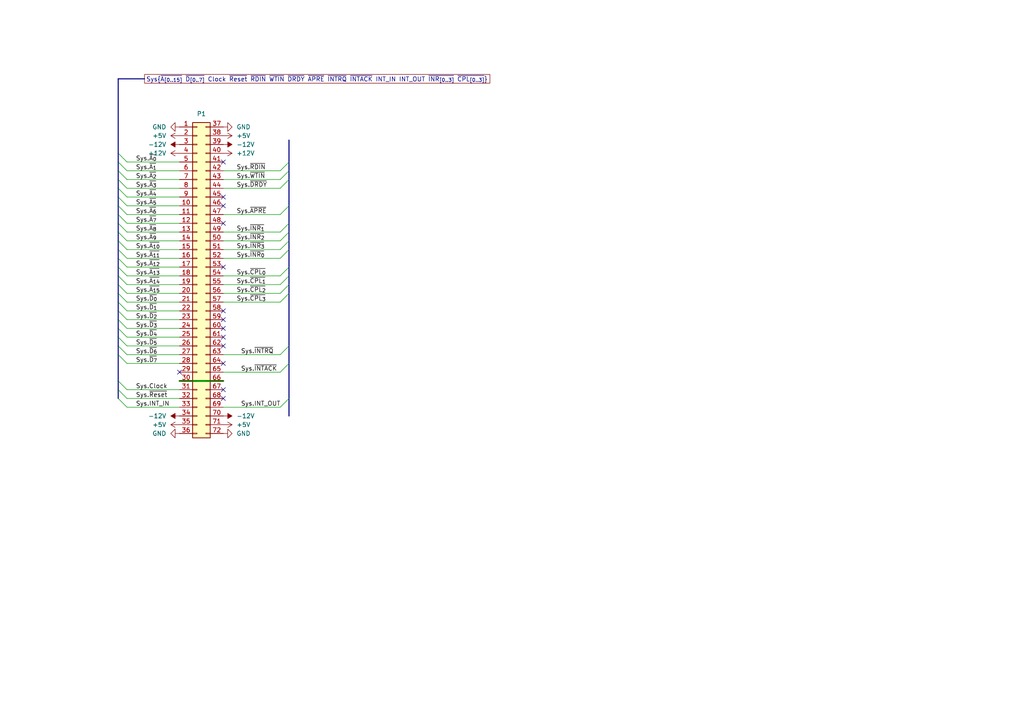
<source format=kicad_sch>
(kicad_sch (version 20211123) (generator eeschema)
  (paper "A4")
  (lib_symbols
    (symbol "Connector_Generic:Conn_02x36_Top_Bottom" (pin_names (offset 1.016) hide)
      (property "Reference" "J" (at 1.27 45.72 0))
      (property "Value" "Conn_02x36_Top_Bottom" (at 1.27 -48.26 0))
      (symbol "Conn_02x36_Top_Bottom_1_1"
        (rectangle (start -1.27 -45.593) (end 0 -45.847) (stroke (width 0.1524)))
        (rectangle (start -1.27 -43.053) (end 0 -43.307) (stroke (width 0.1524)))
        (rectangle (start -1.27 -40.513) (end 0 -40.767) (stroke (width 0.1524)))
        (rectangle (start -1.27 -37.973) (end 0 -38.227) (stroke (width 0.1524)))
        (rectangle (start -1.27 -35.433) (end 0 -35.687) (stroke (width 0.1524)))
        (rectangle (start -1.27 -32.893) (end 0 -33.147) (stroke (width 0.1524)))
        (rectangle (start -1.27 -30.353) (end 0 -30.607) (stroke (width 0.1524)))
        (rectangle (start -1.27 -27.813) (end 0 -28.067) (stroke (width 0.1524)))
        (rectangle (start -1.27 -25.273) (end 0 -25.527) (stroke (width 0.1524)))
        (rectangle (start -1.27 -22.733) (end 0 -22.987) (stroke (width 0.1524)))
        (rectangle (start -1.27 -20.193) (end 0 -20.447) (stroke (width 0.1524)))
        (rectangle (start -1.27 -17.653) (end 0 -17.907) (stroke (width 0.1524)))
        (rectangle (start -1.27 -15.113) (end 0 -15.367) (stroke (width 0.1524)))
        (rectangle (start -1.27 -12.573) (end 0 -12.827) (stroke (width 0.1524)))
        (rectangle (start -1.27 -10.033) (end 0 -10.287) (stroke (width 0.1524)))
        (rectangle (start -1.27 -7.493) (end 0 -7.747) (stroke (width 0.1524)))
        (rectangle (start -1.27 -4.953) (end 0 -5.207) (stroke (width 0.1524)))
        (rectangle (start -1.27 -2.413) (end 0 -2.667) (stroke (width 0.1524)))
        (rectangle (start -1.27 0.127) (end 0 -0.127) (stroke (width 0.1524)))
        (rectangle (start -1.27 2.667) (end 0 2.413) (stroke (width 0.1524)))
        (rectangle (start -1.27 5.207) (end 0 4.953) (stroke (width 0.1524)))
        (rectangle (start -1.27 7.747) (end 0 7.493) (stroke (width 0.1524)))
        (rectangle (start -1.27 10.287) (end 0 10.033) (stroke (width 0.1524)))
        (rectangle (start -1.27 12.827) (end 0 12.573) (stroke (width 0.1524)))
        (rectangle (start -1.27 15.367) (end 0 15.113) (stroke (width 0.1524)))
        (rectangle (start -1.27 17.907) (end 0 17.653) (stroke (width 0.1524)))
        (rectangle (start -1.27 20.447) (end 0 20.193) (stroke (width 0.1524)))
        (rectangle (start -1.27 22.987) (end 0 22.733) (stroke (width 0.1524)))
        (rectangle (start -1.27 25.527) (end 0 25.273) (stroke (width 0.1524)))
        (rectangle (start -1.27 28.067) (end 0 27.813) (stroke (width 0.1524)))
        (rectangle (start -1.27 30.607) (end 0 30.353) (stroke (width 0.1524)))
        (rectangle (start -1.27 33.147) (end 0 32.893) (stroke (width 0.1524)))
        (rectangle (start -1.27 35.687) (end 0 35.433) (stroke (width 0.1524)))
        (rectangle (start -1.27 38.227) (end 0 37.973) (stroke (width 0.1524)))
        (rectangle (start -1.27 40.767) (end 0 40.513) (stroke (width 0.1524)))
        (rectangle (start -1.27 43.307) (end 0 43.053) (stroke (width 0.1524)))
        (rectangle (start -1.27 44.45) (end 3.81 -46.99) (stroke (width 0.254)) (fill (type background)))
        (rectangle (start 3.81 -45.593) (end 2.54 -45.847) (stroke (width 0.1524)))
        (rectangle (start 3.81 -43.053) (end 2.54 -43.307) (stroke (width 0.1524)))
        (rectangle (start 3.81 -40.513) (end 2.54 -40.767) (stroke (width 0.1524)))
        (rectangle (start 3.81 -37.973) (end 2.54 -38.227) (stroke (width 0.1524)))
        (rectangle (start 3.81 -35.433) (end 2.54 -35.687) (stroke (width 0.1524)))
        (rectangle (start 3.81 -32.893) (end 2.54 -33.147) (stroke (width 0.1524)))
        (rectangle (start 3.81 -30.353) (end 2.54 -30.607) (stroke (width 0.1524)))
        (rectangle (start 3.81 -27.813) (end 2.54 -28.067) (stroke (width 0.1524)))
        (rectangle (start 3.81 -25.273) (end 2.54 -25.527) (stroke (width 0.1524)))
        (rectangle (start 3.81 -22.733) (end 2.54 -22.987) (stroke (width 0.1524)))
        (rectangle (start 3.81 -20.193) (end 2.54 -20.447) (stroke (width 0.1524)))
        (rectangle (start 3.81 -17.653) (end 2.54 -17.907) (stroke (width 0.1524)))
        (rectangle (start 3.81 -15.113) (end 2.54 -15.367) (stroke (width 0.1524)))
        (rectangle (start 3.81 -12.573) (end 2.54 -12.827) (stroke (width 0.1524)))
        (rectangle (start 3.81 -10.033) (end 2.54 -10.287) (stroke (width 0.1524)))
        (rectangle (start 3.81 -7.493) (end 2.54 -7.747) (stroke (width 0.1524)))
        (rectangle (start 3.81 -4.953) (end 2.54 -5.207) (stroke (width 0.1524)))
        (rectangle (start 3.81 -2.413) (end 2.54 -2.667) (stroke (width 0.1524)))
        (rectangle (start 3.81 0.127) (end 2.54 -0.127) (stroke (width 0.1524)))
        (rectangle (start 3.81 2.667) (end 2.54 2.413) (stroke (width 0.1524)))
        (rectangle (start 3.81 5.207) (end 2.54 4.953) (stroke (width 0.1524)))
        (rectangle (start 3.81 7.747) (end 2.54 7.493) (stroke (width 0.1524)))
        (rectangle (start 3.81 10.287) (end 2.54 10.033) (stroke (width 0.1524)))
        (rectangle (start 3.81 12.827) (end 2.54 12.573) (stroke (width 0.1524)))
        (rectangle (start 3.81 15.367) (end 2.54 15.113) (stroke (width 0.1524)))
        (rectangle (start 3.81 17.907) (end 2.54 17.653) (stroke (width 0.1524)))
        (rectangle (start 3.81 20.447) (end 2.54 20.193) (stroke (width 0.1524)))
        (rectangle (start 3.81 22.987) (end 2.54 22.733) (stroke (width 0.1524)))
        (rectangle (start 3.81 25.527) (end 2.54 25.273) (stroke (width 0.1524)))
        (rectangle (start 3.81 28.067) (end 2.54 27.813) (stroke (width 0.1524)))
        (rectangle (start 3.81 30.607) (end 2.54 30.353) (stroke (width 0.1524)))
        (rectangle (start 3.81 33.147) (end 2.54 32.893) (stroke (width 0.1524)))
        (rectangle (start 3.81 35.687) (end 2.54 35.433) (stroke (width 0.1524)))
        (rectangle (start 3.81 38.227) (end 2.54 37.973) (stroke (width 0.1524)))
        (rectangle (start 3.81 40.767) (end 2.54 40.513) (stroke (width 0.1524)))
        (rectangle (start 3.81 43.307) (end 2.54 43.053) (stroke (width 0.1524)))
        (pin passive line (at -5.08 43.18 0) (length 3.81) (name "Pin_1") (number "1"))
        (pin passive line (at -5.08 20.32 0) (length 3.81) (name "Pin_10") (number "10"))
        (pin passive line (at -5.08 17.78 0) (length 3.81) (name "Pin_11") (number "11"))
        (pin passive line (at -5.08 15.24 0) (length 3.81) (name "Pin_12") (number "12"))
        (pin passive line (at -5.08 12.7 0) (length 3.81) (name "Pin_13") (number "13"))
        (pin passive line (at -5.08 10.16 0) (length 3.81) (name "Pin_14") (number "14"))
        (pin passive line (at -5.08 7.62 0) (length 3.81) (name "Pin_15") (number "15"))
        (pin passive line (at -5.08 5.08 0) (length 3.81) (name "Pin_16") (number "16"))
        (pin passive line (at -5.08 2.54 0) (length 3.81) (name "Pin_17") (number "17"))
        (pin passive line (at -5.08 0 0) (length 3.81) (name "Pin_18") (number "18"))
        (pin passive line (at -5.08 -2.54 0) (length 3.81) (name "Pin_19") (number "19"))
        (pin passive line (at -5.08 40.64 0) (length 3.81) (name "Pin_2") (number "2"))
        (pin passive line (at -5.08 -5.08 0) (length 3.81) (name "Pin_20") (number "20"))
        (pin passive line (at -5.08 -7.62 0) (length 3.81) (name "Pin_21") (number "21"))
        (pin passive line (at -5.08 -10.16 0) (length 3.81) (name "Pin_22") (number "22"))
        (pin passive line (at -5.08 -12.7 0) (length 3.81) (name "Pin_23") (number "23"))
        (pin passive line (at -5.08 -15.24 0) (length 3.81) (name "Pin_24") (number "24"))
        (pin passive line (at -5.08 -17.78 0) (length 3.81) (name "Pin_25") (number "25"))
        (pin passive line (at -5.08 -20.32 0) (length 3.81) (name "Pin_26") (number "26"))
        (pin passive line (at -5.08 -22.86 0) (length 3.81) (name "Pin_27") (number "27"))
        (pin passive line (at -5.08 -25.4 0) (length 3.81) (name "Pin_28") (number "28"))
        (pin passive line (at -5.08 -27.94 0) (length 3.81) (name "Pin_29") (number "29"))
        (pin passive line (at -5.08 38.1 0) (length 3.81) (name "Pin_3") (number "3"))
        (pin passive line (at -5.08 -30.48 0) (length 3.81) (name "Pin_30") (number "30"))
        (pin passive line (at -5.08 -33.02 0) (length 3.81) (name "Pin_31") (number "31"))
        (pin passive line (at -5.08 -35.56 0) (length 3.81) (name "Pin_32") (number "32"))
        (pin passive line (at -5.08 -38.1 0) (length 3.81) (name "Pin_33") (number "33"))
        (pin passive line (at -5.08 -40.64 0) (length 3.81) (name "Pin_34") (number "34"))
        (pin passive line (at -5.08 -43.18 0) (length 3.81) (name "Pin_35") (number "35"))
        (pin passive line (at -5.08 -45.72 0) (length 3.81) (name "Pin_36") (number "36"))
        (pin passive line (at 7.62 43.18 180) (length 3.81) (name "Pin_37") (number "37"))
        (pin passive line (at 7.62 40.64 180) (length 3.81) (name "Pin_38") (number "38"))
        (pin passive line (at 7.62 38.1 180) (length 3.81) (name "Pin_39") (number "39"))
        (pin passive line (at -5.08 35.56 0) (length 3.81) (name "Pin_4") (number "4"))
        (pin passive line (at 7.62 35.56 180) (length 3.81) (name "Pin_40") (number "40"))
        (pin passive line (at 7.62 33.02 180) (length 3.81) (name "Pin_41") (number "41"))
        (pin passive line (at 7.62 30.48 180) (length 3.81) (name "Pin_42") (number "42"))
        (pin passive line (at 7.62 27.94 180) (length 3.81) (name "Pin_43") (number "43"))
        (pin passive line (at 7.62 25.4 180) (length 3.81) (name "Pin_44") (number "44"))
        (pin passive line (at 7.62 22.86 180) (length 3.81) (name "Pin_45") (number "45"))
        (pin passive line (at 7.62 20.32 180) (length 3.81) (name "Pin_46") (number "46"))
        (pin passive line (at 7.62 17.78 180) (length 3.81) (name "Pin_47") (number "47"))
        (pin passive line (at 7.62 15.24 180) (length 3.81) (name "Pin_48") (number "48"))
        (pin passive line (at 7.62 12.7 180) (length 3.81) (name "Pin_49") (number "49"))
        (pin passive line (at -5.08 33.02 0) (length 3.81) (name "Pin_5") (number "5"))
        (pin passive line (at 7.62 10.16 180) (length 3.81) (name "Pin_50") (number "50"))
        (pin passive line (at 7.62 7.62 180) (length 3.81) (name "Pin_51") (number "51"))
        (pin passive line (at 7.62 5.08 180) (length 3.81) (name "Pin_52") (number "52"))
        (pin passive line (at 7.62 2.54 180) (length 3.81) (name "Pin_53") (number "53"))
        (pin passive line (at 7.62 0 180) (length 3.81) (name "Pin_54") (number "54"))
        (pin passive line (at 7.62 -2.54 180) (length 3.81) (name "Pin_55") (number "55"))
        (pin passive line (at 7.62 -5.08 180) (length 3.81) (name "Pin_56") (number "56"))
        (pin passive line (at 7.62 -7.62 180) (length 3.81) (name "Pin_57") (number "57"))
        (pin passive line (at 7.62 -10.16 180) (length 3.81) (name "Pin_58") (number "58"))
        (pin passive line (at 7.62 -12.7 180) (length 3.81) (name "Pin_59") (number "59"))
        (pin passive line (at -5.08 30.48 0) (length 3.81) (name "Pin_6") (number "6"))
        (pin passive line (at 7.62 -15.24 180) (length 3.81) (name "Pin_60") (number "60"))
        (pin passive line (at 7.62 -17.78 180) (length 3.81) (name "Pin_61") (number "61"))
        (pin passive line (at 7.62 -20.32 180) (length 3.81) (name "Pin_62") (number "62"))
        (pin passive line (at 7.62 -22.86 180) (length 3.81) (name "Pin_63") (number "63"))
        (pin passive line (at 7.62 -25.4 180) (length 3.81) (name "Pin_64") (number "64"))
        (pin passive line (at 7.62 -27.94 180) (length 3.81) (name "Pin_65") (number "65"))
        (pin passive line (at 7.62 -30.48 180) (length 3.81) (name "Pin_66") (number "66"))
        (pin passive line (at 7.62 -33.02 180) (length 3.81) (name "Pin_67") (number "67"))
        (pin passive line (at 7.62 -35.56 180) (length 3.81) (name "Pin_68") (number "68"))
        (pin passive line (at 7.62 -38.1 180) (length 3.81) (name "Pin_69") (number "69"))
        (pin passive line (at -5.08 27.94 0) (length 3.81) (name "Pin_7") (number "7"))
        (pin passive line (at 7.62 -40.64 180) (length 3.81) (name "Pin_70") (number "70"))
        (pin passive line (at 7.62 -43.18 180) (length 3.81) (name "Pin_71") (number "71"))
        (pin passive line (at 7.62 -45.72 180) (length 3.81) (name "Pin_72") (number "72"))
        (pin passive line (at -5.08 25.4 0) (length 3.81) (name "Pin_8") (number "8"))
        (pin passive line (at -5.08 22.86 0) (length 3.81) (name "Pin_9") (number "9"))
      )
    )
    (symbol "power:+12V" (power) (pin_names (offset 0))
      (property "Value" "+12V" (at 0 3.556 0))
      (symbol "+12V_0_1"
        (polyline (pts (xy -0.762 1.27) (xy 0 2.54)))
        (polyline (pts (xy 0 0) (xy 0 2.54)))
        (polyline (pts (xy 0 2.54) (xy 0.762 1.27)))
      )
      (symbol "+12V_1_1"
        (pin power_in line (at 0 0 90) (length 0) hide (name "+12V") (number "1"))
      )
    )
    (symbol "power:+5V" (power) (pin_names (offset 0))
      (property "Value" "+5V" (at 0 3.556 0))
      (symbol "+5V_0_1"
        (polyline (pts (xy -0.762 1.27) (xy 0 2.54)))
        (polyline (pts (xy 0 0) (xy 0 2.54)))
        (polyline (pts (xy 0 2.54) (xy 0.762 1.27)))
      )
      (symbol "+5V_1_1"
        (pin power_in line (at 0 0 90) (length 0) hide (name "+5V") (number "1"))
      )
    )
    (symbol "power:-12V" (power) (pin_names (offset 0))
      (property "Value" "-12V" (at 0 3.81 0))
      (symbol "-12V_0_0"
        (pin power_in line (at 0 0 90) (length 0) hide (name "-12V") (number "1"))
      )
      (symbol "-12V_0_1"
        (polyline (pts (xy 0 0) (xy 0 1.27) (xy 0.762 1.27) (xy 0 2.54) (xy -0.762 1.27) (xy 0 1.27)) (fill (type outline)))
      )
    )
    (symbol "power:GND" (power) (pin_names (offset 0))
      (property "Value" "GND" (at 0 -3.81 0))
      (symbol "GND_0_1"
        (polyline (pts (xy 0 0) (xy 0 -1.27) (xy 1.27 -1.27) (xy 0 -2.54) (xy -1.27 -1.27) (xy 0 -1.27)))
      )
      (symbol "GND_1_1"
        (pin power_in line (at 0 0 270) (length 0) hide (name "GND") (number "1"))
      )
    )
  )
  (no_connect (at 64.77 46.99))
  (no_connect (at 52.07 107.95))
  (no_connect (at 64.77 92.71))
  (no_connect (at 64.77 90.17))
  (no_connect (at 64.77 113.03))
  (no_connect (at 64.77 105.41))
  (no_connect (at 64.77 64.77))
  (no_connect (at 64.77 100.33))
  (no_connect (at 64.77 95.25))
  (no_connect (at 64.77 77.47))
  (no_connect (at 64.77 57.15))
  (no_connect (at 64.77 115.57))
  (no_connect (at 64.77 97.79))
  (no_connect (at 64.77 59.69))
  (bus_entry (at 83.82 67.31) (size -2.54 2.54))
  (bus_entry (at 34.29 46.99) (size 2.54 2.54))
  (bus_entry (at 83.82 69.85) (size -2.54 2.54))
  (bus_entry (at 83.82 105.41) (size -2.54 2.54))
  (bus_entry (at 34.29 57.15) (size 2.54 2.54))
  (bus_entry (at 34.29 44.45) (size 2.54 2.54))
  (bus_entry (at 34.29 87.63) (size 2.54 2.54))
  (bus_entry (at 34.29 77.47) (size 2.54 2.54))
  (bus_entry (at 83.82 77.47) (size -2.54 2.54))
  (bus_entry (at 34.29 102.87) (size 2.54 2.54))
  (bus_entry (at 34.29 85.09) (size 2.54 2.54))
  (bus_entry (at 34.29 54.61) (size 2.54 2.54))
  (bus_entry (at 83.82 52.07) (size -2.54 2.54))
  (bus_entry (at 34.29 92.71) (size 2.54 2.54))
  (bus_entry (at 34.29 64.77) (size 2.54 2.54))
  (bus_entry (at 83.82 49.53) (size -2.54 2.54))
  (bus_entry (at 34.29 110.49) (size 2.54 2.54))
  (bus_entry (at 83.82 82.55) (size -2.54 2.54))
  (bus_entry (at 34.29 69.85) (size 2.54 2.54))
  (bus_entry (at 83.82 115.57) (size -2.54 2.54))
  (bus_entry (at 83.82 80.01) (size -2.54 2.54))
  (bus_entry (at 34.29 52.07) (size 2.54 2.54))
  (bus_entry (at 34.29 49.53) (size 2.54 2.54))
  (bus_entry (at 34.29 62.23) (size 2.54 2.54))
  (bus_entry (at 83.82 72.39) (size -2.54 2.54))
  (bus_entry (at 34.29 59.69) (size 2.54 2.54))
  (bus_entry (at 34.29 90.17) (size 2.54 2.54))
  (bus_entry (at 83.82 85.09) (size -2.54 2.54))
  (bus_entry (at 34.29 72.39) (size 2.54 2.54))
  (bus_entry (at 34.29 115.57) (size 2.54 2.54))
  (bus_entry (at 34.29 95.25) (size 2.54 2.54))
  (bus_entry (at 34.29 74.93) (size 2.54 2.54))
  (bus_entry (at 34.29 80.01) (size 2.54 2.54))
  (bus_entry (at 83.82 46.99) (size -2.54 2.54))
  (bus_entry (at 34.29 113.03) (size 2.54 2.54))
  (bus_entry (at 83.82 64.77) (size -2.54 2.54))
  (bus_entry (at 34.29 82.55) (size 2.54 2.54))
  (bus_entry (at 34.29 97.79) (size 2.54 2.54))
  (bus_entry (at 83.82 59.69) (size -2.54 2.54))
  (bus_entry (at 34.29 67.31) (size 2.54 2.54))
  (bus_entry (at 34.29 100.33) (size 2.54 2.54))
  (bus_entry (at 83.82 100.33) (size -2.54 2.54))
  (wire (pts (xy 36.83 67.31) (xy 52.07 67.31)))
  (bus (pts (xy 83.82 85.09) (xy 83.82 100.33)))
  (bus (pts (xy 83.82 67.31) (xy 83.82 64.77)))
  (wire (pts (xy 36.83 102.87) (xy 52.07 102.87)))
  (wire (pts (xy 36.83 57.15) (xy 52.07 57.15)))
  (bus (pts (xy 83.82 46.99) (xy 83.82 49.53)))
  (bus (pts (xy 83.82 64.77) (xy 83.82 59.69)))
  (bus (pts (xy 83.82 77.47) (xy 83.82 80.01)))
  (wire (pts (xy 64.77 118.11) (xy 81.28 118.11)))
  (bus (pts (xy 34.29 52.07) (xy 34.29 54.61)))
  (wire (pts (xy 64.77 69.85) (xy 81.28 69.85)))
  (bus (pts (xy 34.29 77.47) (xy 34.29 80.01)))
  (wire (pts (xy 36.83 95.25) (xy 52.07 95.25)))
  (bus (pts (xy 34.29 49.53) (xy 34.29 52.07)))
  (bus (pts (xy 83.82 115.57) (xy 83.82 120.65)))
  (bus (pts (xy 83.82 72.39) (xy 83.82 77.47)))
  (bus (pts (xy 34.29 110.49) (xy 34.29 113.03)))
  (bus (pts (xy 34.29 100.33) (xy 34.29 102.87)))
  (wire (pts (xy 64.77 102.87) (xy 81.28 102.87)))
  (bus (pts (xy 34.29 82.55) (xy 34.29 85.09)))
  (bus (pts (xy 34.29 90.17) (xy 34.29 92.71)))
  (wire (pts (xy 36.83 100.33) (xy 52.07 100.33)))
  (bus (pts (xy 34.29 64.77) (xy 34.29 67.31)))
  (wire (pts (xy 36.83 105.41) (xy 52.07 105.41)))
  (wire (pts (xy 36.83 92.71) (xy 52.07 92.71)))
  (wire (pts (xy 64.77 67.31) (xy 81.28 67.31)))
  (wire (pts (xy 64.77 85.09) (xy 81.28 85.09)))
  (bus (pts (xy 34.29 57.15) (xy 34.29 59.69)))
  (bus (pts (xy 34.29 22.86) (xy 34.29 44.45)))
  (bus (pts (xy 34.29 97.79) (xy 34.29 100.33)))
  (wire (pts (xy 36.83 113.03) (xy 52.07 113.03)))
  (bus (pts (xy 34.29 69.85) (xy 34.29 72.39)))
  (wire (pts (xy 64.77 82.55) (xy 81.28 82.55)))
  (wire (pts (xy 36.83 80.01) (xy 52.07 80.01)))
  (wire (pts (xy 64.77 80.01) (xy 81.28 80.01)))
  (wire (pts (xy 36.83 49.53) (xy 52.07 49.53)))
  (bus (pts (xy 83.82 52.07) (xy 83.82 59.69)))
  (wire (pts (xy 36.83 62.23) (xy 52.07 62.23)))
  (bus (pts (xy 83.82 85.09) (xy 83.82 82.55)))
  (bus (pts (xy 34.29 46.99) (xy 34.29 49.53)))
  (wire (pts (xy 64.77 54.61) (xy 81.28 54.61)))
  (wire (pts (xy 64.77 52.07) (xy 81.28 52.07)))
  (bus (pts (xy 34.29 54.61) (xy 34.29 57.15)))
  (wire (pts (xy 36.83 118.11) (xy 52.07 118.11)))
  (bus (pts (xy 34.29 59.69) (xy 34.29 62.23)))
  (wire (pts (xy 64.77 87.63) (xy 81.28 87.63)))
  (bus (pts (xy 83.82 105.41) (xy 83.82 115.57)))
  (wire (pts (xy 36.83 87.63) (xy 52.07 87.63)))
  (wire (pts (xy 64.77 107.95) (xy 81.28 107.95)))
  (wire (pts (xy 36.83 85.09) (xy 52.07 85.09)))
  (wire (pts (xy 36.83 52.07) (xy 52.07 52.07)))
  (bus (pts (xy 34.29 74.93) (xy 34.29 77.47)))
  (wire (pts (xy 36.83 69.85) (xy 52.07 69.85)))
  (bus (pts (xy 34.29 72.39) (xy 34.29 74.93)))
  (wire (pts (xy 36.83 115.57) (xy 52.07 115.57)))
  (bus (pts (xy 83.82 69.85) (xy 83.82 67.31)))
  (bus (pts (xy 34.29 95.25) (xy 34.29 97.79)))
  (bus (pts (xy 34.29 80.01) (xy 34.29 82.55)))
  (wire (pts (xy 36.83 90.17) (xy 52.07 90.17)))
  (wire (pts (xy 36.83 54.61) (xy 52.07 54.61)))
  (bus (pts (xy 83.82 40.64) (xy 83.82 46.99)))
  (bus (pts (xy 83.82 100.33) (xy 83.82 105.41)))
  (bus (pts (xy 34.29 85.09) (xy 34.29 87.63)))
  (bus (pts (xy 34.29 44.45) (xy 34.29 46.99)))
  (bus (pts (xy 34.29 92.71) (xy 34.29 95.25)))
  (wire (pts (xy 36.83 97.79) (xy 52.07 97.79)))
  (wire (pts (xy 36.83 74.93) (xy 52.07 74.93)))
  (bus (pts (xy 41.91 22.86) (xy 34.29 22.86)))
  (wire (pts (xy 64.77 72.39) (xy 81.28 72.39)))
  (wire (pts (xy 52.07 110.49) (xy 64.77 110.49)) (stroke (width 0.508)))
  (wire (pts (xy 36.83 59.69) (xy 52.07 59.69)))
  (bus (pts (xy 34.29 102.87) (xy 34.29 110.49)))
  (bus (pts (xy 34.29 62.23) (xy 34.29 64.77)))
  (bus (pts (xy 83.82 49.53) (xy 83.82 52.07)))
  (wire (pts (xy 64.77 74.93) (xy 81.28 74.93)))
  (wire (pts (xy 36.83 46.99) (xy 52.07 46.99)))
  (wire (pts (xy 36.83 64.77) (xy 52.07 64.77)))
  (wire (pts (xy 64.77 62.23) (xy 81.28 62.23)))
  (wire (pts (xy 36.83 82.55) (xy 52.07 82.55)))
  (bus (pts (xy 34.29 113.03) (xy 34.29 115.57)))
  (bus (pts (xy 83.82 82.55) (xy 83.82 80.01)))
  (wire (pts (xy 36.83 72.39) (xy 52.07 72.39)))
  (wire (pts (xy 36.83 77.47) (xy 52.07 77.47)))
  (bus (pts (xy 34.29 67.31) (xy 34.29 69.85)))
  (bus (pts (xy 34.29 87.63) (xy 34.29 90.17)))
  (bus (pts (xy 83.82 72.39) (xy 83.82 69.85)))
  (wire (pts (xy 64.77 49.53) (xy 81.28 49.53)))
  (label "Sys.~{A_{1}}" (at 39.37 49.53 0))
  (label "Sys.~{Reset}" (at 39.37 115.57 0))
  (label "Sys.~{INR_{3}}" (at 68.58 72.39 0))
  (label "Sys.~{INR_{2}}" (at 68.58 69.85 0))
  (label "Sys.~{A_{3}}" (at 39.37 54.61 0))
  (label "Sys.~{A_{13}}" (at 39.37 80.01 0))
  (label "Sys.~{D_{0}}" (at 39.37 87.63 0))
  (label "Sys.INT_IN" (at 39.37 118.11 0))
  (label "Sys.~{D_{4}}" (at 39.37 97.79 0))
  (label "Sys.~{A_{7}}" (at 39.37 64.77 0))
  (label "Sys.~{A_{6}}" (at 39.37 62.23 0))
  (label "Sys.~{A_{11}}" (at 39.37 74.93 0))
  (label "Sys.~{D_{2}}" (at 39.37 92.71 0))
  (label "Sys.~{D_{5}}" (at 39.37 100.33 0))
  (label "Sys.~{INTRQ}" (at 69.85 102.87 0))
  (label "Sys.~{D_{3}}" (at 39.37 95.25 0))
  (label "Sys.~{INR_{1}}" (at 68.58 67.31 0))
  (label "Sys.~{A_{0}}" (at 39.37 46.99 0))
  (label "Sys.~{D_{7}}" (at 39.37 105.41 0))
  (label "Sys.~{DRDY}" (at 68.58 54.61 0))
  (label "Sys.~{CPL_{3}}" (at 68.58 87.63 0))
  (label "Sys.~{A_{12}}" (at 39.37 77.47 0))
  (label "Sys.INT_OUT" (at 69.85 118.11 0))
  (label "Sys.~{RDIN}" (at 68.58 49.53 0))
  (label "Sys.~{A_{9}}" (at 39.37 69.85 0))
  (label "Sys.~{WTIN}" (at 68.58 52.07 0))
  (label "Sys.~{D_{1}}" (at 39.37 90.17 0))
  (label "Sys.~{CPL_{2}}" (at 68.58 85.09 0))
  (label "Sys.~{A_{10}}" (at 39.37 72.39 0))
  (label "Sys.~{INTACK}" (at 69.85 107.95 0))
  (label "Sys.~{D_{6}}" (at 39.37 102.87 0))
  (label "Sys.~{CPL_{1}}" (at 68.58 82.55 0))
  (label "Sys.~{INR_{0}}" (at 68.58 74.93 0))
  (label "Sys.~{A_{2}}" (at 39.37 52.07 0))
  (label "Sys.~{A_{8}}" (at 39.37 67.31 0))
  (label "Sys.Clock" (at 39.37 113.03 0))
  (label "Sys.~{APRE}" (at 68.58 62.23 0))
  (label "Sys.~{A_{4}}" (at 39.37 57.15 0))
  (label "Sys.~{A_{14}}" (at 39.37 82.55 0))
  (label "Sys.~{A_{15}}" (at 39.37 85.09 0))
  (label "Sys.~{CPL_{0}}" (at 68.58 80.01 0))
  (label "Sys.~{A_{5}}" (at 39.37 59.69 0))
  (global_label "Sys{~{A_{[0..15]}} ~{D_{[0..7]}} Clock ~{Reset} ~{RDIN} ~{WTIN} ~{DRDY} ~{APRE} ~{INTRQ} ~{INTACK} INT_IN INT_OUT ~{INR_{[0..3]}} ~{CPL_{[0..3]}}}" (shape passive) (at 41.91 22.86 0) (property "Intersheet References" "${INTERSHEET_REFS}" (effects hide)))
  (symbol (lib_id "Connector_Generic:Conn_02x36_Top_Bottom") (at 57.15 80.01 0) (unit 1)
    (property "Reference" "P1" (at 58.42 33.02 0))
    (property "Value" "Conn_02x36_Top_Bottom" (effects hide))
  )
  (symbol (lib_id "power:-12V") (at 52.07 120.65 90) (unit 1)
    (property "Reference" "#PWR?" (effects hide))
    (property "Value" "-12V" (at 48.26 120.6499 90) (effects (justify left)))
  )
  (symbol (lib_id "power:-12V") (at 52.07 41.91 90) (unit 1)
    (property "Reference" "#PWR?" (effects hide))
    (property "Value" "-12V" (at 48.26 41.9099 90) (effects (justify left)))
  )
  (symbol (lib_id "power:+5V") (at 64.77 39.37 270) (mirror x) (unit 1)
    (property "Reference" "#PWR?" (effects hide))
    (property "Value" "+5V" (at 68.58 39.3699 90) (effects (justify left)))
  )
  (symbol (lib_id "power:GND") (at 64.77 36.83 90) (mirror x) (unit 1)
    (property "Reference" "#PWR?" (effects hide))
    (property "Value" "GND" (at 68.58 36.8299 90) (effects (justify right)))
  )
  (symbol (lib_id "power:+5V") (at 52.07 39.37 90) (unit 1)
    (property "Reference" "#PWR?" (effects hide))
    (property "Value" "+5V" (at 48.26 39.3699 90) (effects (justify left)))
  )
  (symbol (lib_id "power:+12V") (at 64.77 44.45 270) (mirror x) (unit 1)
    (property "Reference" "#PWR?" (effects hide))
    (property "Value" "+12V" (at 68.58 44.4499 90) (effects (justify left)))
  )
  (symbol (lib_id "power:GND") (at 52.07 36.83 270) (unit 1)
    (property "Reference" "#PWR?" (effects hide))
    (property "Value" "GND" (at 48.26 36.8299 90) (effects (justify right)))
  )
  (symbol (lib_id "power:-12V") (at 64.77 41.91 270) (mirror x) (unit 1)
    (property "Reference" "#PWR?" (effects hide))
    (property "Value" "-12V" (at 68.58 41.9099 90) (effects (justify left)))
  )
  (symbol (lib_id "power:+12V") (at 52.07 44.45 90) (unit 1)
    (property "Reference" "#PWR?" (effects hide))
    (property "Value" "+12V" (at 48.26 44.4499 90) (effects (justify left)))
  )
  (symbol (lib_id "power:-12V") (at 64.77 120.65 270) (mirror x) (unit 1)
    (property "Reference" "#PWR?" (effects hide))
    (property "Value" "-12V" (at 68.58 120.6499 90) (effects (justify left)))
  )
  (symbol (lib_id "power:GND") (at 52.07 125.73 270) (unit 1)
    (property "Reference" "#PWR?" (effects hide))
    (property "Value" "GND" (at 48.26 125.7299 90) (effects (justify right)))
  )
  (symbol (lib_id "power:+5V") (at 64.77 123.19 270) (mirror x) (unit 1)
    (property "Reference" "#PWR?" (effects hide))
    (property "Value" "+5V" (at 68.58 123.1899 90) (effects (justify left)))
  )
  (symbol (lib_id "power:+5V") (at 52.07 123.19 90) (unit 1)
    (property "Reference" "#PWR?" (effects hide))
    (property "Value" "+5V" (at 48.26 123.1899 90) (effects (justify left)))
  )
  (symbol (lib_id "power:GND") (at 64.77 125.73 90) (mirror x) (unit 1)
    (property "Reference" "#PWR?" (effects hide))
    (property "Value" "GND" (at 68.58 125.7299 90) (effects (justify right)))
  )
)
</source>
